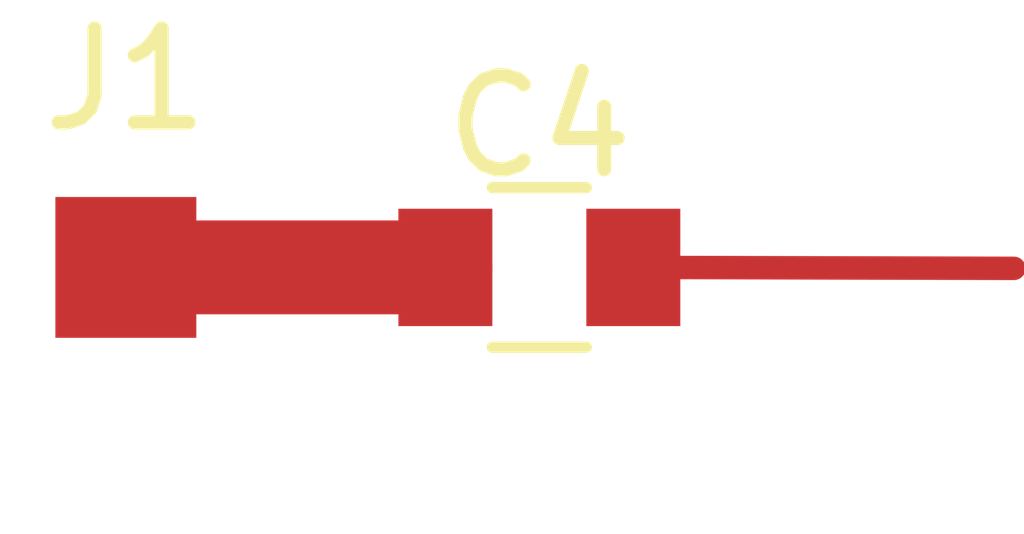
<source format=kicad_pcb>
(kicad_pcb (version 20171130) (host pcbnew "(6.0.0-rc1-dev-209-g91e3d21d6)")

  (general
    (thickness 1.6)
    (drawings 0)
    (tracks 2)
    (zones 0)
    (modules 2)
    (nets 3)
  )

  (page A4)
  (layers
    (0 F.Cu signal)
    (31 B.Cu signal)
    (32 B.Adhes user)
    (33 F.Adhes user)
    (34 B.Paste user)
    (35 F.Paste user)
    (36 B.SilkS user)
    (37 F.SilkS user)
    (38 B.Mask user)
    (39 F.Mask user)
    (40 Dwgs.User user)
    (41 Cmts.User user)
    (42 Eco1.User user)
    (43 Eco2.User user)
    (44 Edge.Cuts user)
    (45 Margin user)
    (46 B.CrtYd user)
    (47 F.CrtYd user)
    (48 B.Fab user)
    (49 F.Fab user)
  )

  (setup
    (last_trace_width 0.25)
    (user_trace_width 0.5)
    (user_trace_width 0.6)
    (user_trace_width 0.8)
    (user_trace_width 1)
    (trace_clearance 0.2)
    (zone_clearance 0.508)
    (zone_45_only no)
    (trace_min 0.2)
    (via_size 0.8)
    (via_drill 0.4)
    (via_min_size 0.4)
    (via_min_drill 0.3)
    (uvia_size 0.3)
    (uvia_drill 0.1)
    (uvias_allowed no)
    (uvia_min_size 0.2)
    (uvia_min_drill 0.1)
    (edge_width 0.05)
    (segment_width 0.2)
    (pcb_text_width 0.3)
    (pcb_text_size 1.5 1.5)
    (mod_edge_width 0.12)
    (mod_text_size 1 1)
    (mod_text_width 0.15)
    (pad_size 1.524 1.524)
    (pad_drill 0.762)
    (pad_to_mask_clearance 0.2)
    (aux_axis_origin 0 0)
    (visible_elements FFFFFF7F)
    (pcbplotparams
      (layerselection 0x01000_7fffffff)
      (usegerberextensions false)
      (usegerberattributes false)
      (usegerberadvancedattributes false)
      (creategerberjobfile false)
      (excludeedgelayer true)
      (linewidth 0.050000)
      (plotframeref false)
      (viasonmask false)
      (mode 1)
      (useauxorigin false)
      (hpglpennumber 1)
      (hpglpenspeed 20)
      (hpglpendiameter 15.000000)
      (psnegative false)
      (psa4output false)
      (plotreference true)
      (plotvalue true)
      (plotinvisibletext false)
      (padsonsilk false)
      (subtractmaskfromsilk false)
      (outputformat 5)
      (mirror false)
      (drillshape 0)
      (scaleselection 1)
      (outputdirectory ""))
  )

  (net 0 "")
  (net 1 "Net-(C4-Pad2)")
  (net 2 "Net-(C4-Pad1)")

  (net_class Default "This is the default net class."
    (clearance 0.2)
    (trace_width 0.25)
    (via_dia 0.8)
    (via_drill 0.4)
    (uvia_dia 0.3)
    (uvia_drill 0.1)
    (add_net "Net-(C4-Pad1)")
    (add_net "Net-(C4-Pad2)")
  )

  (module Measurement_Points:Measurement_Point_Square-SMD-Pad_Small (layer F.Cu) (tedit 56C36007) (tstamp 5D7AEABA)
    (at 136.37 93.17)
    (descr "Mesurement Point, Square, SMD Pad,  1.5mm x 1.5mm,")
    (tags "Mesurement Point Square SMD Pad 1.5x1.5mm")
    (path /5D7CD7FF)
    (attr virtual)
    (fp_text reference J1 (at 0 -2) (layer F.SilkS)
      (effects (font (size 1 1) (thickness 0.15)))
    )
    (fp_text value our (at 0 2) (layer F.Fab)
      (effects (font (size 1 1) (thickness 0.15)))
    )
    (fp_line (start -1 -1) (end 1 -1) (layer F.CrtYd) (width 0.05))
    (fp_line (start 1 -1) (end 1 1) (layer F.CrtYd) (width 0.05))
    (fp_line (start 1 1) (end -1 1) (layer F.CrtYd) (width 0.05))
    (fp_line (start -1 1) (end -1 -1) (layer F.CrtYd) (width 0.05))
    (pad 1 smd rect (at 0 0) (size 1.5 1.5) (layers F.Cu F.Mask)
      (net 2 "Net-(C4-Pad1)"))
  )

  (module Capacitors_SMD:C_0805 (layer F.Cu) (tedit 58AA8463) (tstamp 5D791D0C)
    (at 140.77 93.17)
    (descr "Capacitor SMD 0805, reflow soldering, AVX (see smccp.pdf)")
    (tags "capacitor 0805")
    (path /5BB5DC4F)
    (attr smd)
    (fp_text reference C4 (at 0 -1.5) (layer F.SilkS)
      (effects (font (size 1 1) (thickness 0.15)))
    )
    (fp_text value 1N (at 0 1.75) (layer F.Fab)
      (effects (font (size 1 1) (thickness 0.15)))
    )
    (fp_line (start 1.75 0.87) (end -1.75 0.87) (layer F.CrtYd) (width 0.05))
    (fp_line (start 1.75 0.87) (end 1.75 -0.88) (layer F.CrtYd) (width 0.05))
    (fp_line (start -1.75 -0.88) (end -1.75 0.87) (layer F.CrtYd) (width 0.05))
    (fp_line (start -1.75 -0.88) (end 1.75 -0.88) (layer F.CrtYd) (width 0.05))
    (fp_line (start -0.5 0.85) (end 0.5 0.85) (layer F.SilkS) (width 0.12))
    (fp_line (start 0.5 -0.85) (end -0.5 -0.85) (layer F.SilkS) (width 0.12))
    (fp_line (start -1 -0.62) (end 1 -0.62) (layer F.Fab) (width 0.1))
    (fp_line (start 1 -0.62) (end 1 0.62) (layer F.Fab) (width 0.1))
    (fp_line (start 1 0.62) (end -1 0.62) (layer F.Fab) (width 0.1))
    (fp_line (start -1 0.62) (end -1 -0.62) (layer F.Fab) (width 0.1))
    (fp_text user %R (at 0 -1.5) (layer F.Fab)
      (effects (font (size 1 1) (thickness 0.15)))
    )
    (pad 2 smd rect (at 1 0) (size 1 1.25) (layers F.Cu F.Paste F.Mask)
      (net 1 "Net-(C4-Pad2)"))
    (pad 1 smd rect (at -1 0) (size 1 1.25) (layers F.Cu F.Paste F.Mask)
      (net 2 "Net-(C4-Pad1)"))
    (model Capacitors_SMD.3dshapes/C_0805.wrl
      (at (xyz 0 0 0))
      (scale (xyz 1 1 1))
      (rotate (xyz 0 0 0))
    )
  )

  (segment (start 141.77 93.17) (end 145.82 93.18) (width 0.25) (layer F.Cu) (net 1) (tstamp 5D7A0962) (status 400000))
  (segment (start 136.37 93.17) (end 139.77 93.17) (width 1) (layer F.Cu) (net 2) (tstamp 5D7B95FC) (status C00000))

)

</source>
